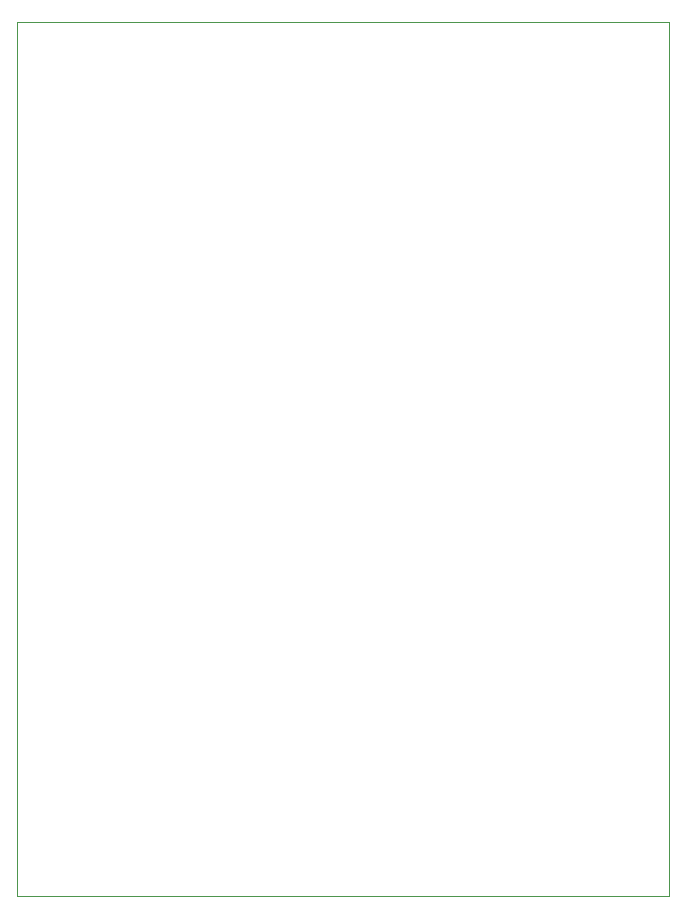
<source format=gbr>
G04 #@! TF.GenerationSoftware,KiCad,Pcbnew,5.1.5+dfsg1-2build2*
G04 #@! TF.CreationDate,2022-10-30T21:30:33+01:00*
G04 #@! TF.ProjectId,basicHiveSensor,62617369-6348-4697-9665-53656e736f72,rev?*
G04 #@! TF.SameCoordinates,Original*
G04 #@! TF.FileFunction,Profile,NP*
%FSLAX46Y46*%
G04 Gerber Fmt 4.6, Leading zero omitted, Abs format (unit mm)*
G04 Created by KiCad (PCBNEW 5.1.5+dfsg1-2build2) date 2022-10-30 21:30:33*
%MOMM*%
%LPD*%
G04 APERTURE LIST*
%ADD10C,0.050000*%
G04 APERTURE END LIST*
D10*
X81250000Y-103500000D02*
X81250000Y-147500000D01*
X26000000Y-147500000D02*
X81250000Y-147500000D01*
X26000000Y-73500000D02*
X26000000Y-147500000D01*
X81250000Y-73500000D02*
X26000000Y-73500000D01*
X81250000Y-103500000D02*
X81250000Y-73500000D01*
M02*

</source>
